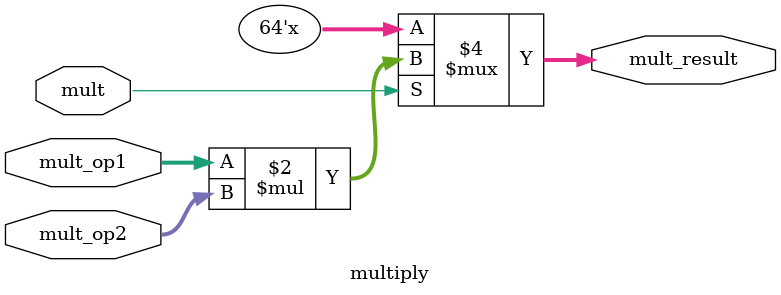
<source format=v>
module multiply(
input mult,
input [31:0] mult_op1,
input [31:0] mult_op2,
output reg [63:0] mult_result);
	always @(*)
	begin
   if(mult)
	begin
		mult_result = mult_op1 * mult_op2;
	end
	end
endmodule


</source>
